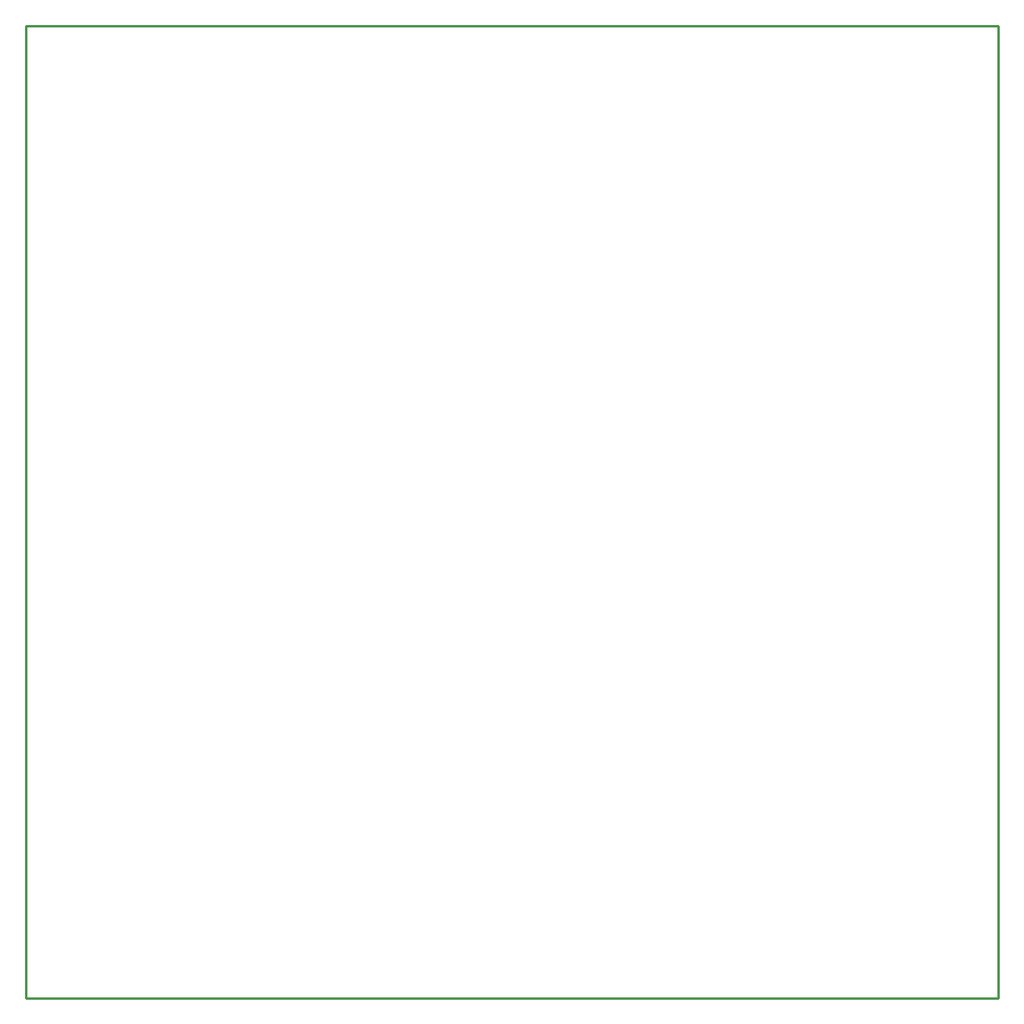
<source format=gko>
G04 Layer_Color=16711935*
%FSLAX25Y25*%
%MOIN*%
G70*
G01*
G75*
%ADD20C,0.01000*%
D20*
X401575Y0D02*
Y401575D01*
X0D02*
X401575D01*
X0Y0D02*
X401575D01*
X0D02*
Y401575D01*
M02*

</source>
